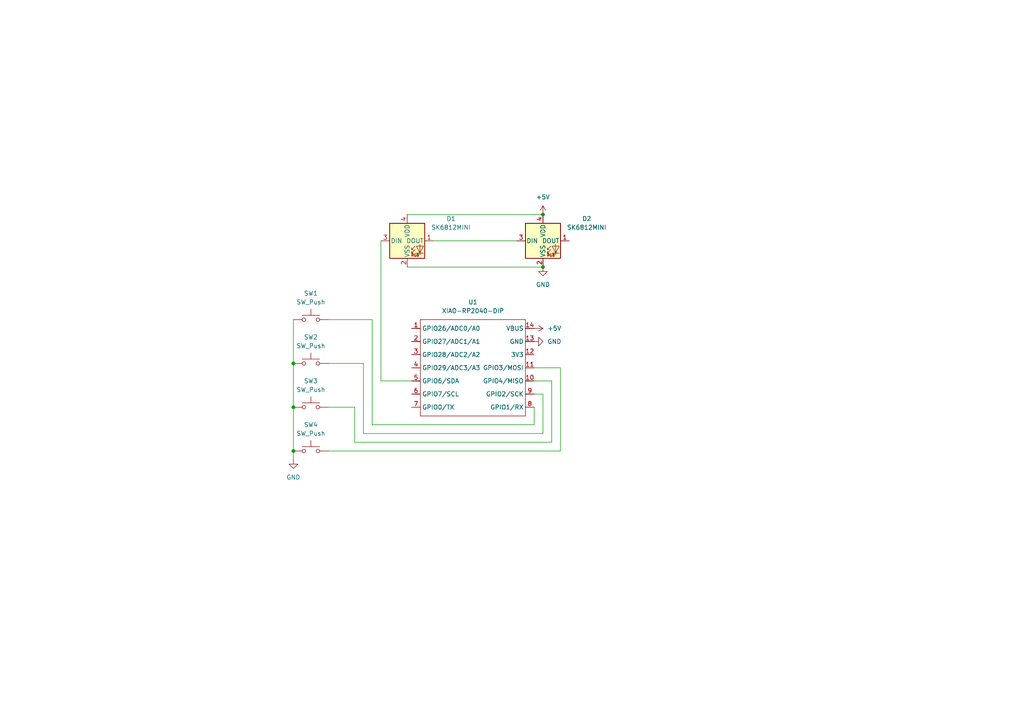
<source format=kicad_sch>
(kicad_sch (version 20250114) (generator "eeschema") (generator_version "9.0")
  (paper "A4")
  (lib_symbols
    (symbol "LED:SK6812MINI" (pin_names (offset 0.254))
      (property "Reference" "D" (at 5.08 5.715 0))
      (property "Value" "SK6812MINI" (at 1.27 -5.715 0))
      (symbol "SK6812MINI_0_0"
        (text "RGB" (at 2.286 -4.191 0) (effects (font (size 0.762 0.762))))
      )
      (symbol "SK6812MINI_0_1"
        (polyline (pts (xy 1.27 -2.54) (xy 1.778 -2.54)))
        (polyline (pts (xy 1.27 -3.556) (xy 1.778 -3.556)))
        (polyline (pts (xy 2.286 -1.524) (xy 1.27 -2.54) (xy 1.27 -2.032)))
        (polyline (pts (xy 2.286 -2.54) (xy 1.27 -3.556) (xy 1.27 -3.048)))
        (polyline (pts (xy 3.683 -1.016) (xy 3.683 -3.556) (xy 3.683 -4.064)))
        (polyline (pts (xy 4.699 -1.524) (xy 2.667 -1.524) (xy 3.683 -3.556) (xy 4.699 -1.524)))
        (polyline (pts (xy 4.699 -3.556) (xy 2.667 -3.556)))
        (rectangle (start 5.08 5.08) (end -5.08 -5.08) (stroke (width 0.254)) (fill (type background)))
      )
      (symbol "SK6812MINI_1_1"
        (pin input line (at -7.62 0 0) (length 2.54) (name "DIN") (number "3"))
        (pin power_in line (at 0 7.62 270) (length 2.54) (name "VDD") (number "4"))
        (pin power_in line (at 0 -7.62 90) (length 2.54) (name "VSS") (number "2"))
        (pin output line (at 7.62 0 180) (length 2.54) (name "DOUT") (number "1"))
      )
    )
    (symbol "Seeed_Studio_XIAO_Series:XIAO-RP2040-DIP"
      (property "Reference" "U" (at 0 0 0))
      (property "Value" "XIAO-RP2040-DIP" (at 5.334 -1.778 0))
      (symbol "XIAO-RP2040-DIP_1_0"
        (polyline (pts (xy -1.27 -2.54) (xy 29.21 -2.54)) (stroke (width 0.1524)))
        (polyline (pts (xy -1.27 -5.08) (xy -2.54 -5.08)) (stroke (width 0.1524)))
        (polyline (pts (xy -1.27 -5.08) (xy -1.27 -2.54)) (stroke (width 0.1524)))
        (polyline (pts (xy -1.27 -8.89) (xy -2.54 -8.89)) (stroke (width 0.1524)))
        (polyline (pts (xy -1.27 -8.89) (xy -1.27 -5.08)) (stroke (width 0.1524)))
        (polyline (pts (xy -1.27 -12.7) (xy -2.54 -12.7)) (stroke (width 0.1524)))
        (polyline (pts (xy -1.27 -12.7) (xy -1.27 -8.89)) (stroke (width 0.1524)))
        (polyline (pts (xy -1.27 -16.51) (xy -2.54 -16.51)) (stroke (width 0.1524)))
        (polyline (pts (xy -1.27 -16.51) (xy -1.27 -12.7)) (stroke (width 0.1524)))
        (polyline (pts (xy -1.27 -20.32) (xy -2.54 -20.32)) (stroke (width 0.1524)))
        (polyline (pts (xy -1.27 -24.13) (xy -2.54 -24.13)) (stroke (width 0.1524)))
        (polyline (pts (xy -1.27 -27.94) (xy -2.54 -27.94)) (stroke (width 0.1524)))
        (polyline (pts (xy -1.27 -30.48) (xy -1.27 -16.51)) (stroke (width 0.1524)))
        (polyline (pts (xy 29.21 -2.54) (xy 29.21 -5.08)) (stroke (width 0.1524)))
        (polyline (pts (xy 29.21 -5.08) (xy 29.21 -8.89)) (stroke (width 0.1524)))
        (polyline (pts (xy 29.21 -8.89) (xy 29.21 -12.7)) (stroke (width 0.1524)))
        (polyline (pts (xy 29.21 -12.7) (xy 29.21 -30.48)) (stroke (width 0.1524)))
        (polyline (pts (xy 29.21 -30.48) (xy -1.27 -30.48)) (stroke (width 0.1524)))
        (polyline (pts (xy 30.48 -5.08) (xy 29.21 -5.08)) (stroke (width 0.1524)))
        (polyline (pts (xy 30.48 -8.89) (xy 29.21 -8.89)) (stroke (width 0.1524)))
        (polyline (pts (xy 30.48 -12.7) (xy 29.21 -12.7)) (stroke (width 0.1524)))
        (polyline (pts (xy 30.48 -16.51) (xy 29.21 -16.51)) (stroke (width 0.1524)))
        (polyline (pts (xy 30.48 -20.32) (xy 29.21 -20.32)) (stroke (width 0.1524)))
        (polyline (pts (xy 30.48 -24.13) (xy 29.21 -24.13)) (stroke (width 0.1524)))
        (polyline (pts (xy 30.48 -27.94) (xy 29.21 -27.94)) (stroke (width 0.1524)))
        (pin passive line (at -3.81 -5.08 0) (length 2.54) (name "GPIO26/ADC0/A0") (number "1"))
        (pin passive line (at -3.81 -8.89 0) (length 2.54) (name "GPIO27/ADC1/A1") (number "2"))
        (pin passive line (at -3.81 -12.7 0) (length 2.54) (name "GPIO28/ADC2/A2") (number "3"))
        (pin passive line (at -3.81 -16.51 0) (length 2.54) (name "GPIO29/ADC3/A3") (number "4"))
        (pin passive line (at -3.81 -20.32 0) (length 2.54) (name "GPIO6/SDA") (number "5"))
        (pin passive line (at -3.81 -24.13 0) (length 2.54) (name "GPIO7/SCL") (number "6"))
        (pin passive line (at -3.81 -27.94 0) (length 2.54) (name "GPIO0/TX") (number "7"))
        (pin passive line (at 31.75 -5.08 180) (length 2.54) (name "VBUS") (number "14"))
        (pin passive line (at 31.75 -8.89 180) (length 2.54) (name "GND") (number "13"))
        (pin passive line (at 31.75 -12.7 180) (length 2.54) (name "3V3") (number "12"))
        (pin passive line (at 31.75 -16.51 180) (length 2.54) (name "GPIO3/MOSI") (number "11"))
        (pin passive line (at 31.75 -20.32 180) (length 2.54) (name "GPIO4/MISO") (number "10"))
        (pin passive line (at 31.75 -24.13 180) (length 2.54) (name "GPIO2/SCK") (number "9"))
        (pin passive line (at 31.75 -27.94 180) (length 2.54) (name "GPIO1/RX") (number "8"))
      )
    )
    (symbol "Switch:SW_Push" (pin_numbers (hide yes)) (pin_names (offset 1.016) (hide yes))
      (property "Reference" "SW" (at 1.27 2.54 0))
      (property "Value" "SW_Push" (at 0 -1.524 0))
      (symbol "SW_Push_0_1"
        (circle (center -2.032 0) (radius 0.508))
        (polyline (pts (xy 0 1.27) (xy 0 3.048)))
        (circle (center 2.032 0) (radius 0.508))
        (polyline (pts (xy 2.54 1.27) (xy -2.54 1.27)))
        (pin passive line (at -5.08 0 0) (length 2.54) (name "1") (number "1"))
        (pin passive line (at 5.08 0 180) (length 2.54) (name "2") (number "2"))
      )
    )
    (symbol "power:+5V" (power) (pin_numbers (hide yes)) (pin_names (offset 0) (hide yes))
      (property "Value" "+5V" (at 0 3.556 0))
      (symbol "+5V_0_1"
        (polyline (pts (xy -0.762 1.27) (xy 0 2.54)))
        (polyline (pts (xy 0 2.54) (xy 0.762 1.27)))
        (polyline (pts (xy 0 0) (xy 0 2.54)))
      )
      (symbol "+5V_1_1"
        (pin power_in line (at 0 0 90) (length 0) (name "~") (number "1"))
      )
    )
    (symbol "power:GND" (power) (pin_numbers (hide yes)) (pin_names (offset 0) (hide yes))
      (property "Value" "GND" (at 0 -3.81 0))
      (symbol "GND_0_1"
        (polyline (pts (xy 0 0) (xy 0 -1.27) (xy 1.27 -1.27) (xy 0 -2.54) (xy -1.27 -1.27) (xy 0 -1.27)))
      )
      (symbol "GND_1_1"
        (pin power_in line (at 0 0 270) (length 0) (name "~") (number "1"))
      )
    )
  )
  (junction (at 85.09 130.81))
  (junction (at 85.09 118.11))
  (junction (at 157.48 77.47))
  (junction (at 85.09 105.41))
  (junction (at 157.48 62.23))
  (wire (pts (xy 102.87 118.11) (xy 102.87 128.27)))
  (wire (pts (xy 160.02 110.49) (xy 154.94 110.49)))
  (wire (pts (xy 162.56 130.81) (xy 162.56 106.68)))
  (wire (pts (xy 102.87 128.27) (xy 160.02 128.27)))
  (wire (pts (xy 105.41 125.73) (xy 157.48 125.73)))
  (wire (pts (xy 125.73 69.85) (xy 149.86 69.85)))
  (wire (pts (xy 107.95 123.19) (xy 154.94 123.19)))
  (wire (pts (xy 95.25 105.41) (xy 105.41 105.41)))
  (wire (pts (xy 162.56 106.68) (xy 154.94 106.68)))
  (wire (pts (xy 95.25 130.81) (xy 162.56 130.81)))
  (wire (pts (xy 110.49 69.85) (xy 110.49 110.49)))
  (wire (pts (xy 160.02 128.27) (xy 160.02 110.49)))
  (wire (pts (xy 157.48 114.3) (xy 154.94 114.3)))
  (wire (pts (xy 85.09 130.81) (xy 85.09 133.35)))
  (wire (pts (xy 110.49 110.49) (xy 119.38 110.49)))
  (wire (pts (xy 118.11 77.47) (xy 157.48 77.47)))
  (wire (pts (xy 107.95 92.71) (xy 107.95 123.19)))
  (wire (pts (xy 95.25 92.71) (xy 107.95 92.71)))
  (wire (pts (xy 105.41 105.41) (xy 105.41 125.73)))
  (wire (pts (xy 85.09 118.11) (xy 85.09 130.81)))
  (wire (pts (xy 95.25 118.11) (xy 102.87 118.11)))
  (wire (pts (xy 118.11 62.23) (xy 157.48 62.23)))
  (wire (pts (xy 85.09 92.71) (xy 85.09 105.41)))
  (wire (pts (xy 85.09 105.41) (xy 85.09 118.11)))
  (wire (pts (xy 154.94 123.19) (xy 154.94 118.11)))
  (wire (pts (xy 157.48 125.73) (xy 157.48 114.3)))
  (symbol (lib_id "power:+5V") (at 154.94 95.25 270) (unit 1)
    (property "Reference" "#PWR05" (effects (hide yes)))
    (property "Value" "+5V" (at 158.75 95.2499 90) (effects (justify left)))
    (property "Description" "Power symbol creates a global label with name \"+5V\"" (effects (hide yes)))
  )
  (symbol (lib_id "power:GND") (at 157.48 77.47 0) (unit 1)
    (property "Reference" "#PWR03" (effects (hide yes)))
    (property "Value" "GND" (at 157.48 82.55 0))
    (property "Description" "Power symbol creates a global label with name \"GND\" , ground" (effects (hide yes)))
  )
  (symbol (lib_id "power:GND") (at 154.94 99.06 90) (unit 1)
    (property "Reference" "#PWR02" (effects (hide yes)))
    (property "Value" "GND" (at 158.75 99.0599 90) (effects (justify right)))
    (property "Description" "Power symbol creates a global label with name \"GND\" , ground" (effects (hide yes)))
  )
  (symbol (lib_id "Switch:SW_Push") (at 90.17 105.41 0) (unit 1)
    (property "Reference" "SW2" (at 90.17 97.79 0))
    (property "Value" "SW_Push" (at 90.17 100.33 0))
    (property "Footprint" "Button_Switch_Keyboard:SW_Cherry_MX_1.00u_PCB" (effects (hide yes)))
    (property "Description" "Push button switch, generic, two pins" (effects (hide yes)))
  )
  (symbol (lib_id "LED:SK6812MINI") (at 157.48 69.85 0) (unit 1)
    (property "Reference" "D2" (at 170.18 63.4298 0))
    (property "Value" "SK6812MINI" (at 170.18 65.9698 0))
    (property "Footprint" "LED_SMD:LED_SK6812MINI_PLCC4_3.5x3.5mm_P1.75mm" (effects (hide yes)))
    (property "Datasheet" "https://cdn-shop.adafruit.com/product-files/2686/SK6812MINI_REV.01-1-2.pdf" (effects (hide yes)))
    (property "Description" "RGB LED with integrated controller" (effects (hide yes)))
  )
  (symbol (lib_id "Switch:SW_Push") (at 90.17 130.81 0) (unit 1)
    (property "Reference" "SW4" (at 90.17 123.19 0))
    (property "Value" "SW_Push" (at 90.17 125.73 0))
    (property "Footprint" "Button_Switch_Keyboard:SW_Cherry_MX_1.00u_PCB" (effects (hide yes)))
    (property "Description" "Push button switch, generic, two pins" (effects (hide yes)))
  )
  (symbol (lib_id "Seeed_Studio_XIAO_Series:XIAO-RP2040-DIP") (at 123.19 90.17 0) (unit 1)
    (property "Reference" "U1" (at 137.16 87.63 0))
    (property "Value" "XIAO-RP2040-DIP" (at 137.16 90.17 0))
    (property "Footprint" "Seeed Studio XIAO Series Library:XIAO-RP2040-DIP" (effects (hide yes)))
  )
  (symbol (lib_id "Switch:SW_Push") (at 90.17 92.71 0) (unit 1)
    (property "Reference" "SW1" (at 90.17 85.09 0))
    (property "Value" "SW_Push" (at 90.17 87.63 0))
    (property "Footprint" "Button_Switch_Keyboard:SW_Cherry_MX_1.00u_PCB" (effects (hide yes)))
    (property "Description" "Push button switch, generic, two pins" (effects (hide yes)))
  )
  (symbol (lib_id "power:GND") (at 85.09 133.35 0) (unit 1)
    (property "Reference" "#PWR01" (effects (hide yes)))
    (property "Value" "GND" (at 85.09 138.43 0))
    (property "Description" "Power symbol creates a global label with name \"GND\" , ground" (effects (hide yes)))
  )
  (symbol (lib_id "Switch:SW_Push") (at 90.17 118.11 0) (unit 1)
    (property "Reference" "SW3" (at 90.17 110.49 0))
    (property "Value" "SW_Push" (at 90.17 113.03 0))
    (property "Footprint" "Button_Switch_Keyboard:SW_Cherry_MX_1.00u_PCB" (effects (hide yes)))
    (property "Description" "Push button switch, generic, two pins" (effects (hide yes)))
  )
  (symbol (lib_id "LED:SK6812MINI") (at 118.11 69.85 0) (unit 1)
    (property "Reference" "D1" (at 130.81 63.4298 0))
    (property "Value" "SK6812MINI" (at 130.81 65.9698 0))
    (property "Footprint" "LED_SMD:LED_SK6812MINI_PLCC4_3.5x3.5mm_P1.75mm" (effects (hide yes)))
    (property "Datasheet" "https://cdn-shop.adafruit.com/product-files/2686/SK6812MINI_REV.01-1-2.pdf" (effects (hide yes)))
    (property "Description" "RGB LED with integrated controller" (effects (hide yes)))
  )
  (symbol (lib_id "power:+5V") (at 157.48 62.23 0) (unit 1)
    (property "Reference" "#PWR04" (effects (hide yes)))
    (property "Value" "+5V" (at 157.48 57.15 0))
    (property "Description" "Power symbol creates a global label with name \"+5V\"" (effects (hide yes)))
  )
)
</source>
